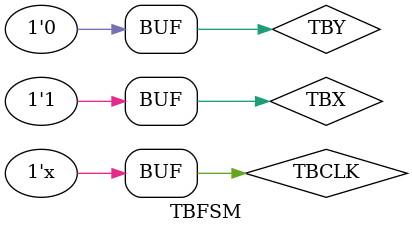
<source format=sv>
`timescale 1ns / 1ps


module TBFSM();
    logic TBCLK;
    logic TBX;
    logic TBY;
    logic TBZ;
    
    FSM UUT (.CLK(TBCLK), .X(TBX), .Y(TBY), .Z(TBZ)); 
    
    initial begin
        TBCLK = 0;
    end
    
    always begin
        #5 TBCLK = ~TBCLK;
    end
    
    always begin
        
        TBX = 0;
        TBY = 0;
    
    #10 TBX = 1;
        TBY = 1;
        
    #10 TBX = 0;
        TBY = 0;
    
    #10 TBX = 0;
        TBY = 0;
        
    #10 TBX = 0;
        TBY = 0;
    
    #10 TBX = 0;
        TBY = 0;
        
    #10 TBX = 0;
        TBY = 0;
    
    #10 TBX = 1;
        TBY = 1;
        
    #800
        
        ////////
        
        TBX = 0;
        TBY = 0;
    
    #10 TBX = 0;
        TBY = 0;
        
    #10 TBX = 0;
        TBY = 0;
    
    #10 TBX = 0;
        TBY = 0;
        
    #10 TBX = 0;
        TBY = 0;
    
    #10 TBX = 0;
        TBY = 0;
        
    #10 TBX = 1;
        TBY = 0;
    
    #10 TBX = 0;
        TBY = 1;
        
               ////////
        
    #10 TBX = 0;
        TBY = 0;
    
    #10 TBX = 0;
        TBY = 0;
        
    #10 TBX = 0;
        TBY = 0;
    
    #10 TBX = 0;
        TBY = 0;
        
    #10 TBX = 0;
        TBY = 0;
    
    #10 TBX = 0;
        TBY = 0;
        
    #10 TBX = 0;
        TBY = 0;
    
    #10 TBX = 1;
        TBY = 0;
        
        
        
    end   
    
endmodule

</source>
